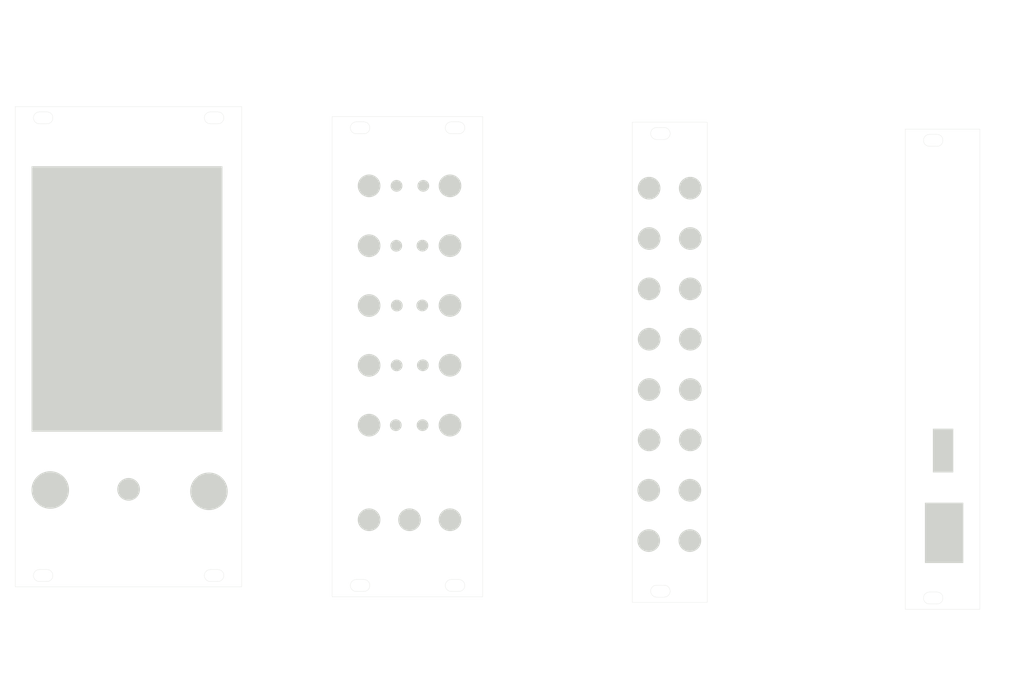
<source format=kicad_pcb>
(kicad_pcb (version 20221018) (generator pcbnew)

  (general
    (thickness 1.6)
  )

  (paper "A4")
  (layers
    (0 "F.Cu" signal)
    (31 "B.Cu" signal)
    (32 "B.Adhes" user "B.Adhesive")
    (33 "F.Adhes" user "F.Adhesive")
    (34 "B.Paste" user)
    (35 "F.Paste" user)
    (36 "B.SilkS" user "B.Silkscreen")
    (37 "F.SilkS" user "F.Silkscreen")
    (38 "B.Mask" user)
    (39 "F.Mask" user)
    (40 "Dwgs.User" user "User.Drawings")
    (41 "Cmts.User" user "User.Comments")
    (42 "Eco1.User" user "User.Eco1")
    (43 "Eco2.User" user "User.Eco2")
    (44 "Edge.Cuts" user)
    (45 "Margin" user)
    (46 "B.CrtYd" user "B.Courtyard")
    (47 "F.CrtYd" user "F.Courtyard")
    (48 "B.Fab" user)
    (49 "F.Fab" user)
    (50 "User.1" user)
    (51 "User.2" user)
    (52 "User.3" user)
    (53 "User.4" user)
    (54 "User.5" user)
    (55 "User.6" user)
    (56 "User.7" user)
    (57 "User.8" user)
    (58 "User.9" user)
  )

  (setup
    (pad_to_mask_clearance 0)
    (pcbplotparams
      (layerselection 0x00010fc_ffffffff)
      (plot_on_all_layers_selection 0x0000000_00000000)
      (disableapertmacros false)
      (usegerberextensions false)
      (usegerberattributes true)
      (usegerberadvancedattributes true)
      (creategerberjobfile true)
      (dashed_line_dash_ratio 12.000000)
      (dashed_line_gap_ratio 3.000000)
      (svgprecision 4)
      (plotframeref false)
      (viasonmask false)
      (mode 1)
      (useauxorigin false)
      (hpglpennumber 1)
      (hpglpenspeed 20)
      (hpglpendiameter 15.000000)
      (dxfpolygonmode true)
      (dxfimperialunits true)
      (dxfusepcbnewfont true)
      (psnegative false)
      (psa4output false)
      (plotreference true)
      (plotvalue true)
      (plotinvisibletext false)
      (sketchpadsonfab false)
      (subtractmaskfromsilk false)
      (outputformat 1)
      (mirror false)
      (drillshape 1)
      (scaleselection 1)
      (outputdirectory "")
    )
  )

  (net 0 "")

  (gr_line (start 66.9798 49.2504) (end 6.2484 49.2504)
    (stroke (width 0.15) (type default)) (layer "Dwgs.User") (tstamp 9b36a7cf-ae99-4803-9606-15ae8689cc94))
  (gr_line (start 66.8528 154.3556) (end 6.2484 154.3556)
    (stroke (width 0.15) (type default)) (layer "Dwgs.User") (tstamp e7ddf6b9-6d1c-46c9-ab44-d48590c16b0b))
  (gr_circle (center 186.82548 100.202903) (end 186.82548 103.211383)
    (stroke (width 0.05) (type solid)) (fill solid) (layer "Edge.Cuts") (tstamp 003d523e-ce23-420f-a1b2-4ee82d0b2340))
  (gr_circle (center 186.8142 59.7782) (end 186.8142 62.78668)
    (stroke (width 0.05) (type solid)) (fill solid) (layer "Edge.Cuts") (tstamp 02bddce4-bb2c-4187-ac65-c06b702207cc))
  (gr_line (start 6.2528 166.4594) (end 66.8528 166.4594)
    (stroke (width 0.05) (type solid)) (layer "Edge.Cuts") (tstamp 02ea8bb0-81d3-46b8-9fde-2b5b521de075))
  (gr_rect (start 251.7477 124.1696) (end 257.1283 135.8188)
    (stroke (width 0.05) (type solid)) (fill solid) (layer "Edge.Cuts") (tstamp 06741036-1974-44a6-9fee-9448cebabd8f))
  (gr_arc (start 97.518 45.2264) (mid 95.918 43.6264) (end 97.518 42.0264)
    (stroke (width 0.05) (type solid)) (layer "Edge.Cuts") (tstamp 095876bd-b1f2-4cf0-a0e2-f9fb24cfefb6))
  (gr_circle (center 108.0607 123.211665) (end 109.6107 123.211665)
    (stroke (width 0.05) (type solid)) (fill solid) (layer "Edge.Cuts") (tstamp 09f3b500-7a37-4fe9-8108-cacbc8f9bb77))
  (gr_arc (start 99.518 164.5264) (mid 101.118 166.1264) (end 99.518 167.7264)
    (stroke (width 0.05) (type solid)) (layer "Edge.Cuts") (tstamp 0a6d638a-5b56-4f64-a400-194671f01b5e))
  (gr_line (start 122.918 45.2264) (end 124.918 45.2264)
    (stroke (width 0.05) (type solid)) (layer "Edge.Cuts") (tstamp 0aeb6a36-b9f9-4e9a-a419-bf240920d9fe))
  (gr_line (start 66.8528 166.4594) (end 66.8528 37.9594)
    (stroke (width 0.05) (type solid)) (layer "Edge.Cuts") (tstamp 0c6b6910-5518-4b6d-9f7b-2e0db8860ff2))
  (gr_rect (start 10.668 53.9332) (end 61.668 124.9332)
    (stroke (width 0.05) (type solid)) (fill solid) (layer "Edge.Cuts") (tstamp 10ab1724-b81d-4964-9dea-2f70c3bd5599))
  (gr_circle (center 108.1877 75.18873) (end 109.7377 75.18873)
    (stroke (width 0.05) (type solid)) (fill solid) (layer "Edge.Cuts") (tstamp 10e2f57a-13fe-4990-a6d0-f0a50800ccd5))
  (gr_line (start 177.8354 169.2372) (end 179.8354 169.2372)
    (stroke (width 0.05) (type solid)) (layer "Edge.Cuts") (tstamp 12c63e5b-aee2-4c2c-9f08-2f808ddfa6ec))
  (gr_line (start 191.3354 42.1372) (end 171.3354 42.1372)
    (stroke (width 0.05) (type solid)) (layer "Edge.Cuts") (tstamp 193f0766-d93d-4318-bb4b-6a9514108db2))
  (gr_arc (start 250.8124 171.0792) (mid 249.2124 169.4792) (end 250.8124 167.8792)
    (stroke (width 0.05) (type solid)) (layer "Edge.Cuts") (tstamp 1ab783e5-f1e7-4c1a-904f-432211ac3956))
  (gr_arc (start 60.4728 161.8594) (mid 62.0728 163.4594) (end 60.4728 165.0594)
    (stroke (width 0.05) (type solid)) (layer "Edge.Cuts") (tstamp 2022cb90-02de-4803-adea-1b152f01782b))
  (gr_circle (center 186.72388 154.10251) (end 186.72388 157.11099)
    (stroke (width 0.05) (type solid)) (fill solid) (layer "Edge.Cuts") (tstamp 244a1418-7a67-4a31-9c15-6655206d00a2))
  (gr_circle (center 115.1473 91.168155) (end 113.5973 91.168155)
    (stroke (width 0.05) (type solid)) (fill solid) (layer "Edge.Cuts") (tstamp 24d41a19-42a8-4d52-8d5a-bf018bb5f8f2))
  (gr_line (start 171.3354 170.6372) (end 191.3354 170.6372)
    (stroke (width 0.05) (type solid)) (layer "Edge.Cuts") (tstamp 2d68274c-360c-400f-86e1-34578e874374))
  (gr_rect (start 249.612 143.9816) (end 259.819 160.0852)
    (stroke (width 0.05) (type solid)) (fill solid) (layer "Edge.Cuts") (tstamp 2e0d7579-f7dc-427e-894b-4e7d5ec16c8e))
  (gr_circle (center 15.6464 140.5634) (end 15.6464 135.5634)
    (stroke (width 0.05) (type solid)) (fill solid) (layer "Edge.Cuts") (tstamp 2f819dbd-a12a-4442-bc5d-53513322cf3f))
  (gr_line (start 131.318 169.1264) (end 131.318 40.6264)
    (stroke (width 0.05) (type solid)) (layer "Edge.Cuts") (tstamp 3032bbc1-db20-4015-828a-e18a1b031996))
  (gr_circle (center 36.6014 140.3856) (end 39.60988 140.3856)
    (stroke (width 0.05) (type solid)) (fill solid) (layer "Edge.Cuts") (tstamp 3078ccfb-040b-473d-afc2-949e6791d025))
  (gr_circle (center 175.82728 127.152705) (end 175.82728 130.161185)
    (stroke (width 0.05) (type solid)) (fill solid) (layer "Edge.Cuts") (tstamp 35101343-cf43-4c14-8931-96c5826eafce))
  (gr_circle (center 111.7437 148.527) (end 114.75218 148.527)
    (stroke (width 0.05) (type solid)) (fill solid) (layer "Edge.Cuts") (tstamp 37ff7558-90de-4679-8677-1f72f5d7caba))
  (gr_circle (center 100.9233 75.18873) (end 100.9233 72.18025)
    (stroke (width 0.05) (type solid)) (fill solid) (layer "Edge.Cuts") (tstamp 38b1ee53-8ea6-4f5b-be82-348bd6f5cc8d))
  (gr_circle (center 175.82728 86.728002) (end 175.82728 89.736482)
    (stroke (width 0.05) (type solid)) (fill solid) (layer "Edge.Cuts") (tstamp 38ff9918-3399-468f-9c44-b5d557c5ddcf))
  (gr_line (start 244.3124 43.9792) (end 244.3124 172.4792)
    (stroke (width 0.05) (type solid)) (layer "Edge.Cuts") (tstamp 39a5cd3c-3437-40ae-9e2a-2c0a13aca718))
  (gr_circle (center 186.82548 73.253101) (end 186.82548 76.261581)
    (stroke (width 0.05) (type solid)) (fill solid) (layer "Edge.Cuts") (tstamp 44f9198c-3cf9-4705-b7d1-fdef5148b077))
  (gr_line (start 171.3354 42.1372) (end 171.3354 170.6372)
    (stroke (width 0.05) (type solid)) (layer "Edge.Cuts") (tstamp 4876329a-35f9-4e0b-8fc7-3c318af0274f))
  (gr_circle (center 175.82728 100.202903) (end 175.82728 103.211383)
    (stroke (width 0.05) (type solid)) (fill solid) (layer "Edge.Cuts") (tstamp 48e33788-d09b-494e-af6d-4e1b61530278))
  (gr_arc (start 250.8124 48.5792) (mid 249.2124 46.9792) (end 250.8124 45.3792)
    (stroke (width 0.05) (type solid)) (layer "Edge.Cuts") (tstamp 4c885b94-4ebe-4149-a20b-3de95fa56809))
  (gr_circle (center 100.9233 91.196375) (end 100.9233 88.187895)
    (stroke (width 0.05) (type solid)) (fill solid) (layer "Edge.Cuts") (tstamp 5133ed2a-f1cd-4030-95a8-076ea27811d2))
  (gr_circle (center 186.82548 86.728002) (end 186.82548 89.736482)
    (stroke (width 0.05) (type solid)) (fill solid) (layer "Edge.Cuts") (tstamp 5145a77c-57e9-43a0-b277-ced56f1118c8))
  (gr_circle (center 100.9233 123.211665) (end 100.9233 120.203185)
    (stroke (width 0.05) (type solid)) (fill solid) (layer "Edge.Cuts") (tstamp 5ab29f4f-e7bd-4afa-be7d-f1178be0eb18))
  (gr_circle (center 100.9233 107.20402) (end 100.9233 104.19554)
    (stroke (width 0.05) (type solid)) (fill solid) (layer "Edge.Cuts") (tstamp 5c0b4a6e-3e3f-4a6d-b170-835816f384d0))
  (gr_arc (start 124.918 164.5264) (mid 126.518 166.1264) (end 124.918 167.7264)
    (stroke (width 0.05) (type solid)) (layer "Edge.Cuts") (tstamp 61575e55-b533-4278-9da1-fec718f28741))
  (gr_arc (start 122.918 45.2264) (mid 121.318 43.6264) (end 122.918 42.0264)
    (stroke (width 0.05) (type solid)) (layer "Edge.Cuts") (tstamp 6210e3cf-c832-4ad1-89eb-68dc0634da23))
  (gr_circle (center 186.72388 140.627606) (end 186.72388 143.636086)
    (stroke (width 0.05) (type solid)) (fill solid) (layer "Edge.Cuts") (tstamp 6374cb73-b7d8-4ab0-83c3-35fb3a0e86c4))
  (gr_circle (center 122.5641 107.1758) (end 122.5641 110.18428)
    (stroke (width 0.05) (type solid)) (fill solid) (layer "Edge.Cuts") (tstamp 642d34c9-a610-498c-8fda-2d19e9ad05e5))
  (gr_circle (center 175.72568 140.627606) (end 175.72568 143.636086)
    (stroke (width 0.05) (type solid)) (fill solid) (layer "Edge.Cuts") (tstamp 6516949f-dc5c-44a8-a50b-6d539f0502c1))
  (gr_line (start 6.2528 37.9594) (end 6.2528 166.4594)
    (stroke (width 0.05) (type solid)) (layer "Edge.Cuts") (tstamp 6687609e-1b14-456b-8892-f434ece82b26))
  (gr_circle (center 122.5641 123.211665) (end 122.5641 126.220145)
    (stroke (width 0.05) (type solid)) (fill solid) (layer "Edge.Cuts") (tstamp 71f5f95f-cf71-48bc-b467-8b34a68a9545))
  (gr_line (start 177.8354 46.7372) (end 179.8354 46.7372)
    (stroke (width 0.05) (type solid)) (layer "Edge.Cuts") (tstamp 74b30fc6-ac45-42e5-8364-1a786a979b8c))
  (gr_circle (center 122.5641 59.152865) (end 122.5641 62.161345)
    (stroke (width 0.05) (type solid)) (fill solid) (layer "Edge.Cuts") (tstamp 7a0db6d1-88b6-4204-ac10-95c210f7c0e9))
  (gr_line (start 97.518 45.2264) (end 99.518 45.2264)
    (stroke (width 0.05) (type solid)) (layer "Edge.Cuts") (tstamp 7d404e72-dd65-4150-bb2f-7c7c8a88f565))
  (gr_arc (start 12.7528 42.5594) (mid 11.1528 40.9594) (end 12.7528 39.3594)
    (stroke (width 0.05) (type solid)) (layer "Edge.Cuts") (tstamp 7d9a674f-9346-49e8-8727-241b07a15ea1))
  (gr_line (start 124.918 42.0264) (end 122.918 42.0264)
    (stroke (width 0.05) (type solid)) (layer "Edge.Cuts") (tstamp 7f6207ad-0e47-4988-b2b1-770c8ed12161))
  (gr_arc (start 252.8124 167.8792) (mid 254.4124 169.4792) (end 252.8124 171.0792)
    (stroke (width 0.05) (type solid)) (layer "Edge.Cuts") (tstamp 89fad10e-a788-4695-ba2a-bf9fa84a8c02))
  (gr_line (start 191.3354 170.6372) (end 191.3354 42.1372)
    (stroke (width 0.05) (type solid)) (layer "Edge.Cuts") (tstamp 8d329c37-6417-4265-9189-0c28eba0fc59))
  (gr_circle (center 115.1981 75.16051) (end 113.6481 75.16051)
    (stroke (width 0.05) (type solid)) (fill solid) (layer "Edge.Cuts") (tstamp 8df38f3d-504a-45f0-8351-587d872e527d))
  (gr_arc (start 179.8354 166.0372) (mid 181.4354 167.6372) (end 179.8354 169.2372)
    (stroke (width 0.05) (type solid)) (layer "Edge.Cuts") (tstamp 8e5748e4-428c-460b-a50f-8edfdc589535))
  (gr_circle (center 122.5641 91.168155) (end 122.5641 94.176635)
    (stroke (width 0.05) (type solid)) (fill solid) (layer "Edge.Cuts") (tstamp 8e9f84e9-9352-4a0f-8d5b-90b569b38e56))
  (gr_line (start 97.518 167.7264) (end 99.518 167.7264)
    (stroke (width 0.05) (type solid)) (layer "Edge.Cuts") (tstamp 8f43e4de-c70d-47dd-9d4e-9526345415ab))
  (gr_circle (center 115.2997 107.1758) (end 113.7497 107.1758)
    (stroke (width 0.05) (type solid)) (fill solid) (layer "Edge.Cuts") (tstamp 912d44c4-ebad-4189-8314-e03332acf32b))
  (gr_line (start 60.4728 39.3594) (end 58.4728 39.3594)
    (stroke (width 0.05) (type solid)) (layer "Edge.Cuts") (tstamp 925c008c-c2a0-4f14-abc5-36b44b9be712))
  (gr_line (start 264.3124 172.4792) (end 264.3124 43.9792)
    (stroke (width 0.05) (type solid)) (layer "Edge.Cuts") (tstamp 92d42996-a399-4e62-a255-061af6f33765))
  (gr_line (start 99.518 164.5264) (end 97.518 164.5264)
    (stroke (width 0.05) (type solid)) (layer "Edge.Cuts") (tstamp 93de25d6-212a-43d8-b4b2-f4c08c15131e))
  (gr_line (start 252.8124 167.8792) (end 250.8124 167.8792)
    (stroke (width 0.05) (type solid)) (layer "Edge.Cuts") (tstamp 94063756-12cb-4e66-8188-ad0bc857bac7))
  (gr_circle (center 115.2235 123.211665) (end 113.6735 123.211665)
    (stroke (width 0.05) (type solid)) (fill solid) (layer "Edge.Cuts") (tstamp 98d62d17-db83-4ce9-b9f6-a212e0815c5b))
  (gr_circle (center 175.82728 113.677804) (end 175.82728 116.686284)
    (stroke (width 0.05) (type solid)) (fill solid) (layer "Edge.Cuts") (tstamp a15558bf-2cf8-4aea-855e-70528ad87ae1))
  (gr_arc (start 58.4728 165.0594) (mid 56.8728 163.4594) (end 58.4728 161.8594)
    (stroke (width 0.05) (type solid)) (layer "Edge.Cuts") (tstamp a53ee4e0-7884-44ef-bc68-b86fa33950c0))
  (gr_line (start 12.7528 42.5594) (end 14.7528 42.5594)
    (stroke (width 0.05) (type solid)) (layer "Edge.Cuts") (tstamp a607e8c9-5df2-4e01-bc93-f8199f6c8d50))
  (gr_line (start 179.8354 166.0372) (end 177.8354 166.0372)
    (stroke (width 0.05) (type solid)) (layer "Edge.Cuts") (tstamp ae0d270b-deaa-41be-a63f-6b25e2deff4a))
  (gr_arc (start 177.8354 46.7372) (mid 176.2354 45.1372) (end 177.8354 43.5372)
    (stroke (width 0.05) (type solid)) (layer "Edge.Cuts") (tstamp afca5fab-e816-4e2e-a7ff-056197ea29db))
  (gr_arc (start 252.8124 45.3792) (mid 254.4124 46.9792) (end 252.8124 48.5792)
    (stroke (width 0.05) (type solid)) (layer "Edge.Cuts") (tstamp b0c0b683-ef20-49e4-ba21-09702f01efb2))
  (gr_line (start 66.8528 37.9594) (end 6.2528 37.9594)
    (stroke (width 0.05) (type solid)) (layer "Edge.Cuts") (tstamp b156afe1-c316-4a06-9c0b-bda0c2167e84))
  (gr_arc (start 99.518 42.0264) (mid 101.118 43.6264) (end 99.518 45.2264)
    (stroke (width 0.05) (type solid)) (layer "Edge.Cuts") (tstamp b3c449d1-cf5b-4818-9af2-fba9781c61dc))
  (gr_line (start 244.3124 172.4792) (end 264.3124 172.4792)
    (stroke (width 0.05) (type solid)) (layer "Edge.Cuts") (tstamp b40ae88d-2077-4278-aad5-009093cbb6b0))
  (gr_line (start 264.3124 43.9792) (end 244.3124 43.9792)
    (stroke (width 0.05) (type solid)) (layer "Edge.Cuts") (tstamp b6356bfa-4af4-4ee5-a4ac-9751be678f14))
  (gr_line (start 250.8124 171.0792) (end 252.8124 171.0792)
    (stroke (width 0.05) (type solid)) (layer "Edge.Cuts") (tstamp bc43790a-339a-4bf0-9741-59cf51e276ef))
  (gr_arc (start 177.8354 169.2372) (mid 176.2354 167.6372) (end 177.8354 166.0372)
    (stroke (width 0.05) (type solid)) (layer "Edge.Cuts") (tstamp bd6670ab-c399-4ee4-9add-616f1a0d160f))
  (gr_line (start 250.8124 48.5792) (end 252.8124 48.5792)
    (stroke (width 0.05) (type solid)) (layer "Edge.Cuts") (tstamp bdb2f734-11e4-4d75-b1d8-3426b5332149))
  (gr_circle (center 122.5641 75.16051) (end 122.5641 78.16899)
    (stroke (width 0.05) (type solid)) (fill solid) (layer "Edge.Cuts") (tstamp bdd0a361-b549-46b6-853b-212a89483a0c))
  (gr_line (start 58.4728 42.5594) (end 60.4728 42.5594)
    (stroke (width 0.05) (type solid)) (layer "Edge.Cuts") (tstamp bf612caf-9e34-4bb6-982c-d03d7b97bb0b))
  (gr_circle (center 122.5641 148.527) (end 125.57258 148.527)
    (stroke (width 0.05) (type solid)) (fill solid) (layer "Edge.Cuts") (tstamp c0d7c773-7f7f-4802-a695-19c0afc9d337))
  (gr_circle (center 186.82548 113.677804) (end 186.82548 116.686284)
    (stroke (width 0.05) (type solid)) (fill solid) (layer "Edge.Cuts") (tstamp c26653d5-2999-4863-87f2-5c78d005bfbc))
  (gr_line (start 99.518 42.0264) (end 97.518 42.0264)
    (stroke (width 0.05) (type solid)) (layer "Edge.Cuts") (tstamp c75ab06c-6753-4825-92cc-f71cf7dbf078))
  (gr_arc (start 60.4728 39.3594) (mid 62.0728 40.9594) (end 60.4728 42.5594)
    (stroke (width 0.05) (type solid)) (layer "Edge.Cuts") (tstamp c81133e5-f0d3-4d18-97cf-9a8e3c68e906))
  (gr_line (start 91.018 169.1264) (end 131.318 169.1264)
    (stroke (width 0.05) (type solid)) (layer "Edge.Cuts") (tstamp ca22dd10-b3a9-47de-86a7-e5dc9424150b))
  (gr_circle (center 115.4267 59.152865) (end 113.8767 59.152865)
    (stroke (width 0.05) (type solid)) (fill solid) (layer "Edge.Cuts") (tstamp ca855709-3414-4e0a-91f6-d1661374d5eb))
  (gr_line (start 252.8124 45.3792) (end 250.8124 45.3792)
    (stroke (width 0.05) (type solid)) (layer "Edge.Cuts") (tstamp cb4d8dfa-4628-4582-a5af-2774ed6f7290))
  (gr_arc (start 14.7528 39.3594) (mid 16.3528 40.9594) (end 14.7528 42.5594)
    (stroke (width 0.05) (type solid)) (layer "Edge.Cuts") (tstamp ccc16504-d278-43eb-9be1-0161aee1737a))
  (gr_line (start 179.8354 43.5372) (end 177.8354 43.5372)
    (stroke (width 0.05) (type solid)) (layer "Edge.Cuts") (tstamp ccfa9033-985e-4ada-b45f-e6b15dc7e751))
  (gr_line (start 122.918 167.7264) (end 124.918 167.7264)
    (stroke (width 0.05) (type solid)) (layer "Edge.Cuts") (tstamp cdd24ac6-21c4-437d-ab3a-65239b17d6b5))
  (gr_circle (center 100.9233 148.527) (end 103.93178 148.527)
    (stroke (width 0.05) (type solid)) (fill solid) (layer "Edge.Cuts") (tstamp cdd86aad-d8bf-424e-9718-5e106863e545))
  (gr_circle (center 100.9233 59.152865) (end 100.9233 56.144385)
    (stroke (width 0.05) (type solid)) (fill solid) (layer "Edge.Cuts") (tstamp ce31dabb-bba3-440d-876c-f5cdfc50ea35))
  (gr_line (start 12.7528 165.0594) (end 14.7528 165.0594)
    (stroke (width 0.05) (type solid)) (layer "Edge.Cuts") (tstamp cf5b060d-cac2-4a03-9dbb-22e7dc5eb397))
  (gr_line (start 58.4728 165.0594) (end 60.4728 165.0594)
    (stroke (width 0.05) (type solid)) (layer "Edge.Cuts") (tstamp d0b53a5a-cb93-41a1-8894-d335f51fc8f2))
  (gr_circle (center 58.0898 140.919) (end 58.0898 135.919)
    (stroke (width 0.05) (type solid)) (fill solid) (layer "Edge.Cuts") (tstamp d12caf31-5e48-4992-83a5-8e832e98460c))
  (gr_circle (center 175.816 59.7782) (end 175.816 62.78668)
    (stroke (width 0.05) (type solid)) (fill solid) (layer "Edge.Cuts") (tstamp d36c62db-f786-4009-81c2-7fe9c9bb76ff))
  (gr_arc (start 179.8354 43.5372) (mid 181.4354 45.1372) (end 179.8354 46.7372)
    (stroke (width 0.05) (type solid)) (layer "Edge.Cuts") (tstamp d56ab09b-d550-41d8-b338-ade3be1f8d4f))
  (gr_line (start 91.018 40.6264) (end 91.018 169.1264)
    (stroke (width 0.05) (type solid)) (layer "Edge.Cuts") (tstamp d73bcdc4-5c17-43e0-9037-b4c55e33ba5f))
  (gr_arc (start 97.518 167.7264) (mid 95.918 166.1264) (end 97.518 164.5264)
    (stroke (width 0.05) (type solid)) (layer "Edge.Cuts") (tstamp d73c63d3-2017-4d5f-841e-426939f3a3c8))
  (gr_arc (start 58.4728 42.5594) (mid 56.8728 40.9594) (end 58.4728 39.3594)
    (stroke (width 0.05) (type solid)) (layer "Edge.Cuts") (tstamp da272f73-172f-4763-95a4-d2b5d2600db9))
  (gr_line (start 14.7528 39.3594) (end 12.7528 39.3594)
    (stroke (width 0.05) (type solid)) (layer "Edge.Cuts") (tstamp db8946d7-a05b-4f8f-b1a2-e044ff979d4d))
  (gr_arc (start 124.918 42.0264) (mid 126.518 43.6264) (end 124.918 45.2264)
    (stroke (width 0.05) (type solid)) (layer "Edge.Cuts") (tstamp dc1fd1da-07c7-4d2d-a1e8-5eebc8d48812))
  (gr_line (start 131.318 40.6264) (end 91.018 40.6264)
    (stroke (width 0.05) (type solid)) (layer "Edge.Cuts") (tstamp df7039fb-aa27-4142-a212-caaef8479525))
  (gr_circle (center 175.72568 154.10251) (end 175.72568 157.11099)
    (stroke (width 0.05) (type solid)) (fill solid) (layer "Edge.Cuts") (tstamp e4e86371-0c18-427c-8a4e-ca47d3baac12))
  (gr_circle (center 108.2639 59.152865) (end 109.8139 59.152865)
    (stroke (width 0.05) (type solid)) (fill solid) (layer "Edge.Cuts") (tstamp e8036f67-c6e5-4029-9ca0-bc61579e6ca8))
  (gr_line (start 14.7528 161.8594) (end 12.7528 161.8594)
    (stroke (width 0.05) (type solid)) (layer "Edge.Cuts") (tstamp e815f541-3be2-4f81-ba52-4781f66a8b6c))
  (gr_line (start 60.4728 161.8594) (end 58.4728 161.8594)
    (stroke (width 0.05) (type solid)) (layer "Edge.Cuts") (tstamp e85c75e5-8a9a-410c-bbd9-c497e6d7f197))
  (gr_circle (center 186.82548 127.152705) (end 186.82548 130.161185)
    (stroke (width 0.05) (type solid)) (fill solid) (layer "Edge.Cuts") (tstamp e8734051-409c-4e84-aeb9-817c0f77e630))
  (gr_circle (center 108.3401 91.196375) (end 109.8901 91.196375)
    (stroke (width 0.05) (type solid)) (fill solid) (layer "Edge.Cuts") (tstamp ed953192-c035-4c4a-990b-21cd0d4caa71))
  (gr_circle (center 108.2893 107.20402) (end 109.8393 107.20402)
    (stroke (width 0.05) (type solid)) (fill solid) (layer "Edge.Cuts") (tstamp f02f31ba-ca13-413a-b4aa-92a48543e5cb))
  (gr_arc (start 14.7528 161.8594) (mid 16.3528 163.4594) (end 14.7528 165.0594)
    (stroke (width 0.05) (type solid)) (layer "Edge.Cuts") (tstamp f0427325-133d-4865-80cb-495824c38d2e))
  (gr_line (start 124.918 164.5264) (end 122.918 164.5264)
    (stroke (width 0.05) (type solid)) (layer "Edge.Cuts") (tstamp f34338c8-69b8-487e-b438-b6e080212600))
  (gr_arc (start 122.918 167.7264) (mid 121.318 166.1264) (end 122.918 164.5264)
    (stroke (width 0.05) (type solid)) (layer "Edge.Cuts") (tstamp f4035194-e406-40b4-8bca-4d21dc017801))
  (gr_arc (start 12.7528 165.0594) (mid 11.1528 163.4594) (end 12.7528 161.8594)
    (stroke (width 0.05) (type solid)) (layer "Edge.Cuts") (tstamp f6512a81-12bf-4885-bc70-09728a83c42c))
  (gr_circle (center 175.82728 73.253101) (end 175.82728 76.261581)
    (stroke (width 0.05) (type solid)) (fill solid) (layer "Edge.Cuts") (tstamp f7411d0e-7889-47a3-b34f-84b2bb886b33))
  (gr_text "i2c = 4 pins\n" (at 124.9426 188.5188) (layer "Dwgs.User") (tstamp 0d5210cf-f6cc-4b6b-b6a2-15ff20a81f65)
    (effects (font (size 2 2) (thickness 0.15)) (justify left bottom))
  )
  (gr_text "8 MIDI In data lines = 8 pins\n8 MIDI Out data lines = 8 pins\n5v + gnd = 4 pins\ntotal = 20 pins" (at 164.719 190.881) (layer "Dwgs.User") (tstamp 288e8ac7-8d9e-46fe-9b8f-ba98e07cecb0)
    (effects (font (size 2 2) (thickness 0.15)) (justify left bottom))
  )
  (gr_text "trs midi ins + outs" (at 146.4818 28.8036) (layer "Dwgs.User") (tstamp 50a18546-05fd-4733-8fa4-89d0ecefdd72)
    (effects (font (size 10 5) (thickness 0.25) bold) (justify left bottom))
  )
  (gr_text "12 trigger/gate/clock outputs = 12 pins" (at 83.7692 179.2732) (layer "Dwgs.User") (tstamp 76e31923-baac-4478-a46d-6c02cf4d3d4e)
    (effects (font (size 2 2) (thickness 0.15)) (justify left bottom))
  )
  (gr_text "screen / main unit" (at 2.2024 30.544) (layer "Dwgs.User") (tstamp 7bdfd541-6bbe-4ddd-95f2-e95fbaf17e25)
    (effects (font (size 10 5) (thickness 0.25) bold) (justify left bottom))
  )
  (gr_text "trig out, cv in" (at 86.4898 29.0708) (layer "Dwgs.User") (tstamp 9b0f701e-3ccb-4d90-8c23-588c137e05e8)
    (effects (font (size 10 5) (thickness 0.25) bold) (justify left bottom))
  )
  (gr_text "5v + gnd = 4 pins\n" (at 115.8494 183.769) (layer "Dwgs.User") (tstamp c1217e23-ac34-4221-8d09-b860acfd1648)
    (effects (font (size 2 2) (thickness 0.15)) (justify left bottom))
  )
  (gr_text "= 20 pins\n" (at 130.6322 193.3702) (layer "Dwgs.User") (tstamp eb11bd72-e3b3-4977-bc38-2301b532d83e)
    (effects (font (size 2 2) (thickness 0.15)) (justify left bottom))
  )
  (gr_text "usb host\nusb device\n" (at 235.8706 36.2602) (layer "Dwgs.User") (tstamp f795c1d4-c0b2-4ede-a830-42ca704d8224)
    (effects (font (size 10 5) (thickness 0.25) bold) (justify left bottom))
  )
  (dimension (type aligned) (layer "Dwgs.User") (tstamp 0a5185e4-341e-4282-a4ad-01481c1cd833)
    (pts (xy 59.4728 163.4594) (xy 13.7528 163.4594))
    (height -4.5)
    (gr_text "45.7200 mm" (at 36.6128 166.8094) (layer "Dwgs.User") (tstamp 0a5185e4-341e-4282-a4ad-01481c1cd833)
      (effects (font (size 1 1) (thickness 0.15)))
    )
    (format (prefix "") (suffix "") (units 2) (units_format 1) (precision 4))
    (style (thickness 0.15) (arrow_length 1.27) (text_position_mode 0) (extension_height 0.58642) (extension_offset 0) keep_text_aligned)
  )
  (dimension (type aligned) (layer "Dwgs.User") (tstamp 135405fe-bdba-44a0-8f0f-6d3170b15799)
    (pts (xy 91.018 43.6264) (xy 98.518 43.6264))
    (height -5.5)
    (gr_text "7.5000 mm" (at 94.768 36.9764) (layer "Dwgs.User") (tstamp 135405fe-bdba-44a0-8f0f-6d3170b15799)
      (effects (font (size 1 1) (thickness 0.15)))
    )
    (format (prefix "") (suffix "") (units 2) (units_format 1) (precision 4))
    (style (thickness 0.15) (arrow_length 1.27) (text_position_mode 0) (extension_height 0.58642) (extension_offset 0) keep_text_aligned)
  )
  (dimension (type aligned) (layer "Dwgs.User") (tstamp 3cc738ef-8998-4ca7-b9b6-7784044d65e2)
    (pts (xy 244.3124 169.4792) (xy 251.8124 169.4792))
    (height 4.5)
    (gr_text "7.5000 mm" (at 248.0624 172.8292) (layer "Dwgs.User") (tstamp 3cc738ef-8998-4ca7-b9b6-7784044d65e2)
      (effects (font (size 1 1) (thickness 0.15)))
    )
    (format (prefix "") (suffix "") (units 2) (units_format 1) (precision 4))
    (style (thickness 0.15) (arrow_length 1.27) (text_position_mode 0) (extension_height 0.58642) (extension_offset 0) keep_text_aligned)
  )
  (dimension (type aligned) (layer "Dwgs.User") (tstamp 43567ab8-88ce-4dbc-929b-d374dca3ad9f)
    (pts (xy 123.918 166.1264) (xy 98.518 166.1264))
    (height -4.5)
    (gr_text "25.4000 mm" (at 111.218 169.4764) (layer "Dwgs.User") (tstamp 43567ab8-88ce-4dbc-929b-d374dca3ad9f)
      (effects (font (size 1 1) (thickness 0.15)))
    )
    (format (prefix "") (suffix "") (units 2) (units_format 1) (precision 4))
    (style (thickness 0.15) (arrow_length 1.27) (text_position_mode 0) (extension_height 0.58642) (extension_offset 0) keep_text_aligned)
  )
  (dimension (type aligned) (layer "Dwgs.User") (tstamp 479d7e77-6a3a-4ec7-9382-eaa49341d943)
    (pts (xy 264.3124 43.9792) (xy 264.3124 172.4792))
    (height -3)
    (gr_text "128.5000 mm" (at 266.1624 108.2292 90) (layer "Dwgs.User") (tstamp 479d7e77-6a3a-4ec7-9382-eaa49341d943)
      (effects (font (size 1 1) (thickness 0.15)))
    )
    (format (prefix "") (suffix "") (units 2) (units_format 1) (precision 4))
    (style (thickness 0.15) (arrow_length 1.27) (text_position_mode 0) (extension_height 0.58642) (extension_offset 0) keep_text_aligned)
  )
  (dimension (type aligned) (layer "Dwgs.User") (tstamp 53f52918-973e-47bb-b4b7-f48799d84a60)
    (pts (xy 131.318 40.6264) (xy 131.318 169.1264))
    (height -3)
    (gr_text "128.5000 mm" (at 133.168 104.8764 90) (layer "Dwgs.User") (tstamp 53f52918-973e-47bb-b4b7-f48799d84a60)
      (effects (font (size 1 1) (thickness 0.15)))
    )
    (format (prefix "") (suffix "") (units 2) (units_format 1) (precision 4))
    (style (thickness 0.15) (arrow_length 1.27) (text_position_mode 0) (extension_height 0.58642) (extension_offset 0) keep_text_aligned)
  )
  (dimension (type aligned) (layer "Dwgs.User") (tstamp 552be34d-f472-4b45-965f-bc117ad6e470)
    (pts (xy 191.3354 170.6372) (xy 171.3354 170.6372))
    (height -4)
    (gr_text "20.0000 mm" (at 181.3354 173.4872) (layer "Dwgs.User") (tstamp 552be34d-f472-4b45-965f-bc117ad6e470)
      (effects (font (size 1 1) (thickness 0.15)))
    )
    (format (prefix "") (suffix "") (units 2) (units_format 1) (precision 4))
    (style (thickness 0.15) (arrow_length 1.27) (text_position_mode 0) (extension_height 0.58642) (extension_offset 0) keep_text_aligned)
  )
  (dimension (type aligned) (layer "Dwgs.User") (tstamp 5dae6a05-6e9c-4102-8ac6-abd558350395)
    (pts (xy 131.318 169.1264) (xy 91.018 169.1264))
    (height -4)
    (gr_text "40.3000 mm" (at 111.168 171.9764) (layer "Dwgs.User") (tstamp 5dae6a05-6e9c-4102-8ac6-abd558350395)
      (effects (font (size 1 1) (thickness 0.15)))
    )
    (format (prefix "") (suffix "") (units 2) (units_format 1) (precision 4))
    (style (thickness 0.15) (arrow_length 1.27) (text_position_mode 0) (extension_height 0.58642) (extension_offset 0) keep_text_aligned)
  )
  (dimension (type aligned) (layer "Dwgs.User") (tstamp 6a0867f0-bd95-4667-be55-85d9e8ba4e37)
    (pts (xy 66.8528 166.4594) (xy 6.2528 166.4594))
    (height -4)
    (gr_text "60.6000 mm" (at 36.5528 169.3094) (layer "Dwgs.User") (tstamp 6a0867f0-bd95-4667-be55-85d9e8ba4e37)
      (effects (font (size 1 1) (thickness 0.15)))
    )
    (format (prefix "") (suffix "") (units 2) (units_format 1) (precision 4))
    (style (thickness 0.15) (arrow_length 1.27) (text_position_mode 0) (extension_height 0.58642) (extension_offset 0) keep_text_aligned)
  )
  (dimension (type aligned) (layer "Dwgs.User") (tstamp 6c76255b-4a24-40c0-933e-a8ddf4d34e81)
    (pts (xy 171.3354 167.6372) (xy 178.8354 167.6372))
    (height 4.5)
    (gr_text "7.5000 mm" (at 175.0854 170.9872) (layer "Dwgs.User") (tstamp 6c76255b-4a24-40c0-933e-a8ddf4d34e81)
      (effects (font (size 1 1) (thickness 0.15)))
    )
    (format (prefix "") (suffix "") (units 2) (units_format 1) (precision 4))
    (style (thickness 0.15) (arrow_length 1.27) (text_position_mode 0) (extension_height 0.58642) (extension_offset 0) keep_text_aligned)
  )
  (dimension (type aligned) (layer "Dwgs.User") (tstamp 9c424487-a379-4f0f-b126-ea588c347958)
    (pts (xy 6.2528 163.4594) (xy 13.7528 163.4594))
    (height 4.5)
    (gr_text "7.5000 mm" (at 10.0028 166.8094) (layer "Dwgs.User") (tstamp 9c424487-a379-4f0f-b126-ea588c347958)
      (effects (font (size 1 1) (thickness 0.15)))
    )
    (format (prefix "") (suffix "") (units 2) (units_format 1) (precision 4))
    (style (thickness 0.15) (arrow_length 1.27) (text_position_mode 0) (extension_height 0.58642) (extension_offset 0) keep_text_aligned)
  )
  (dimension (type aligned) (layer "Dwgs.User") (tstamp a1a22cb6-5683-4ebd-8261-1f4d8fe5dfca)
    (pts (xy 244.3124 46.9792) (xy 251.8124 46.9792))
    (height -5.5)
    (gr_text "7.5000 mm" (at 248.0624 40.3292) (layer "Dwgs.User") (tstamp a1a22cb6-5683-4ebd-8261-1f4d8fe5dfca)
      (effects (font (size 1 1) (thickness 0.15)))
    )
    (format (prefix "") (suffix "") (units 2) (units_format 1) (precision 4))
    (style (thickness 0.15) (arrow_length 1.27) (text_position_mode 0) (extension_height 0.58642) (extension_offset 0) keep_text_aligned)
  )
  (dimension (type aligned) (layer "Dwgs.User") (tstamp b874f596-e6cd-40a9-a994-a2e4f82ed83a)
    (pts (xy 191.3354 42.1372) (xy 191.3354 170.6372))
    (height -3)
    (gr_text "128.5000 mm" (at 193.1854 106.3872 90) (layer "Dwgs.User") (tstamp b874f596-e6cd-40a9-a994-a2e4f82ed83a)
      (effects (font (size 1 1) (thickness 0.15)))
    )
    (format (prefix "") (suffix "") (units 2) (units_format 1) (precision 4))
    (style (thickness 0.15) (arrow_length 1.27) (text_position_mode 0) (extension_height 0.58642) (extension_offset 0) keep_text_aligned)
  )
  (dimension (type aligned) (layer "Dwgs.User") (tstamp c578543b-2054-43b7-bbce-e3a30435a09a)
    (pts (xy 264.3124 172.4792) (xy 244.3124 172.4792))
    (height -4)
    (gr_text "20.0000 mm" (at 254.3124 175.3292) (layer "Dwgs.User") (tstamp c578543b-2054-43b7-bbce-e3a30435a09a)
      (effects (font (size 1 1) (thickness 0.15)))
    )
    (format (prefix "") (suffix "") (units 2) (units_format 1) (precision 4))
    (style (thickness 0.15) (arrow_length 1.27) (text_position_mode 0) (extension_height 0.58642) (extension_offset 0) keep_text_aligned)
  )
  (dimension (type aligned) (layer "Dwgs.User") (tstamp d5ed56b7-1922-4471-b371-4b2a769ba4c4)
    (pts (xy 171.3354 45.1372) (xy 178.8354 45.1372))
    (height -5.5)
    (gr_text "7.5000 mm" (at 175.0854 38.4872) (layer "Dwgs.User") (tstamp d5ed56b7-1922-4471-b371-4b2a769ba4c4)
      (effects (font (size 1 1) (thickness 0.15)))
    )
    (format (prefix "") (suffix "") (units 2) (units_format 1) (precision 4))
    (style (thickness 0.15) (arrow_length 1.27) (text_position_mode 0) (extension_height 0.58642) (extension_offset 0) keep_text_aligned)
  )
  (dimension (type aligned) (layer "Dwgs.User") (tstamp e4423113-d3fc-4e86-b63c-303871b1b443)
    (pts (xy 91.018 166.1264) (xy 98.518 166.1264))
    (height 4.5)
    (gr_text "7.5000 mm" (at 94.768 169.4764) (layer "Dwgs.User") (tstamp e4423113-d3fc-4e86-b63c-303871b1b443)
      (effects (font (size 1 1) (thickness 0.15)))
    )
    (format (prefix "") (suffix "") (units 2) (units_format 1) (precision 4))
    (style (thickness 0.15) (arrow_length 1.27) (text_position_mode 0) (extension_height 0.58642) (extension_offset 0) keep_text_aligned)
  )
  (dimension (type aligned) (layer "Dwgs.User") (tstamp e45a1105-dc06-47c3-b359-1952a4dd5b4c)
    (pts (xy 123.918 43.6264) (xy 98.518 43.6264))
    (height 5.5)
    (gr_text "25.4000 mm" (at 111.218 36.9764) (layer "Dwgs.User") (tstamp e45a1105-dc06-47c3-b359-1952a4dd5b4c)
      (effects (font (size 1 1) (thickness 0.15)))
    )
    (format (prefix "") (suffix "") (units 2) (units_format 1) (precision 4))
    (style (thickness 0.15) (arrow_length 1.27) (text_position_mode 0) (extension_height 0.58642) (extension_offset 0) keep_text_aligned)
  )
  (dimension (type aligned) (layer "Dwgs.User") (tstamp fb3726c1-4c82-4668-a572-bd999c5752bf)
    (pts (xy 66.8528 37.9594) (xy 66.8528 166.4594))
    (height -3.5)
    (gr_text "128.5000 mm" (at 69.2028 102.2094 90) (layer "Dwgs.User") (tstamp fb3726c1-4c82-4668-a572-bd999c5752bf)
      (effects (font (size 1 1) (thickness 0.15)))
    )
    (format (prefix "") (suffix "") (units 2) (units_format 1) (precision 4))
    (style (thickness 0.15) (arrow_length 1.27) (text_position_mode 0) (extension_height 0.58642) (extension_offset 0) keep_text_aligned)
  )

  (group "" (id 0ac99116-014a-4cd1-a484-77b87c9ac4f1)
    (members
      10ab1724-b81d-4964-9dea-2f70c3bd5599
      2f819dbd-a12a-4442-bc5d-53513322cf3f
      3078ccfb-040b-473d-afc2-949e6791d025
      86aa283e-592b-4c60-854f-0e48a08feff5
      d12caf31-5e48-4992-83a5-8e832e98460c
    )
  )
  (group "" (id 46d3bd52-94e1-4f79-b34d-e7a6294b3110)
    (members
      12c63e5b-aee2-4c2c-9f08-2f808ddfa6ec
      193f0766-d93d-4318-bb4b-6a9514108db2
      2d68274c-360c-400f-86e1-34578e874374
      4876329a-35f9-4e0b-8fc7-3c318af0274f
      552be34d-f472-4b45-965f-bc117ad6e470
      6c76255b-4a24-40c0-933e-a8ddf4d34e81
      74b30fc6-ac45-42e5-8364-1a786a979b8c
      8d329c37-6417-4265-9189-0c28eba0fc59
      8e5748e4-428c-460b-a50f-8edfdc589535
      ae0d270b-deaa-41be-a63f-6b25e2deff4a
      afca5fab-e816-4e2e-a7ff-056197ea29db
      b874f596-e6cd-40a9-a994-a2e4f82ed83a
      bd6670ab-c399-4ee4-9add-616f1a0d160f
      ccfa9033-985e-4ada-b45f-e6b15dc7e751
      d56ab09b-d550-41d8-b338-ade3be1f8d4f
      d5ed56b7-1922-4471-b371-4b2a769ba4c4
    )
  )
  (group "" (id 86aa283e-592b-4c60-854f-0e48a08feff5)
    (members
      02ea8bb0-81d3-46b8-9fde-2b5b521de075
      0a5185e4-341e-4282-a4ad-01481c1cd833
      0c6b6910-5518-4b6d-9f7b-2e0db8860ff2
      2022cb90-02de-4803-adea-1b152f01782b
      6687609e-1b14-456b-8892-f434ece82b26
      6a0867f0-bd95-4667-be55-85d9e8ba4e37
      7d9a674f-9346-49e8-8727-241b07a15ea1
      925c008c-c2a0-4f14-abc5-36b44b9be712
      9b36a7cf-ae99-4803-9606-15ae8689cc94
      9c424487-a379-4f0f-b126-ea588c347958
      a53ee4e0-7884-44ef-bc68-b86fa33950c0
      a607e8c9-5df2-4e01-bc93-f8199f6c8d50
      b156afe1-c316-4a06-9c0b-bda0c2167e84
      bf612caf-9e34-4bb6-982c-d03d7b97bb0b
      c81133e5-f0d3-4d18-97cf-9a8e3c68e906
      ccc16504-d278-43eb-9be1-0161aee1737a
      cf5b060d-cac2-4a03-9dbb-22e7dc5eb397
      d0b53a5a-cb93-41a1-8894-d335f51fc8f2
      da272f73-172f-4763-95a4-d2b5d2600db9
      db8946d7-a05b-4f8f-b1a2-e044ff979d4d
      e7ddf6b9-6d1c-46c9-ab44-d48590c16b0b
      e815f541-3be2-4f81-ba52-4781f66a8b6c
      e85c75e5-8a9a-410c-bbd9-c497e6d7f197
      f0427325-133d-4865-80cb-495824c38d2e
      f6512a81-12bf-4885-bc70-09728a83c42c
      fb3726c1-4c82-4668-a572-bd999c5752bf
    )
  )
  (group "" (id 96e5bdae-756d-4d56-8b82-a82374d00a39)
    (members
      095876bd-b1f2-4cf0-a0e2-f9fb24cfefb6
      0a6d638a-5b56-4f64-a400-194671f01b5e
      0aeb6a36-b9f9-4e9a-a419-bf240920d9fe
      135405fe-bdba-44a0-8f0f-6d3170b15799
      3032bbc1-db20-4015-828a-e18a1b031996
      43567ab8-88ce-4dbc-929b-d374dca3ad9f
      53f52918-973e-47bb-b4b7-f48799d84a60
      5dae6a05-6e9c-4102-8ac6-abd558350395
      61575e55-b533-4278-9da1-fec718f28741
      6210e3cf-c832-4ad1-89eb-68dc0634da23
      7d404e72-dd65-4150-bb2f-7c7c8a88f565
      7f6207ad-0e47-4988-b2b1-770c8ed12161
      8f43e4de-c70d-47dd-9d4e-9526345415ab
      93de25d6-212a-43d8-b4b2-f4c08c15131e
      b3c449d1-cf5b-4818-9af2-fba9781c61dc
      c75ab06c-6753-4825-92cc-f71cf7dbf078
      ca22dd10-b3a9-47de-86a7-e5dc9424150b
      cdd24ac6-21c4-437d-ab3a-65239b17d6b5
      d73bcdc4-5c17-43e0-9037-b4c55e33ba5f
      d73c63d3-2017-4d5f-841e-426939f3a3c8
      dc1fd1da-07c7-4d2d-a1e8-5eebc8d48812
      df7039fb-aa27-4142-a212-caaef8479525
      e4423113-d3fc-4e86-b63c-303871b1b443
      e45a1105-dc06-47c3-b359-1952a4dd5b4c
      f34338c8-69b8-487e-b438-b6e080212600
      f4035194-e406-40b4-8bca-4d21dc017801
    )
  )
  (group "" (id ddef5971-23f6-4177-9a03-70d69a6993a7)
    (members
      1ab783e5-f1e7-4c1a-904f-432211ac3956
      39a5cd3c-3437-40ae-9e2a-2c0a13aca718
      3cc738ef-8998-4ca7-b9b6-7784044d65e2
      479d7e77-6a3a-4ec7-9382-eaa49341d943
      4c885b94-4ebe-4149-a20b-3de95fa56809
      89fad10e-a788-4695-ba2a-bf9fa84a8c02
      92d42996-a399-4e62-a255-061af6f33765
      94063756-12cb-4e66-8188-ad0bc857bac7
      a1a22cb6-5683-4ebd-8261-1f4d8fe5dfca
      b0c0b683-ef20-49e4-ba21-09702f01efb2
      b40ae88d-2077-4278-aad5-009093cbb6b0
      b6356bfa-4af4-4ee5-a4ac-9751be678f14
      bc43790a-339a-4bf0-9741-59cf51e276ef
      bdb2f734-11e4-4d75-b1d8-3426b5332149
      c578543b-2054-43b7-bbce-e3a30435a09a
      cb4d8dfa-4628-4582-a5af-2774ed6f7290
    )
  )
  (group "" (id 77b06821-1dec-440b-9d4f-19725598d8ed)
    (members
      09f3b500-7a37-4fe9-8108-cacbc8f9bb77
      10e2f57a-13fe-4990-a6d0-f0a50800ccd5
      38b1ee53-8ea6-4f5b-be82-348bd6f5cc8d
      5133ed2a-f1cd-4030-95a8-076ea27811d2
      5ab29f4f-e7bd-4afa-be7d-f1178be0eb18
      5c0b4a6e-3e3f-4a6d-b170-835816f384d0
      ce31dabb-bba3-440d-876c-f5cdfc50ea35
      e8036f67-c6e5-4029-9ca0-bc61579e6ca8
      ed953192-c035-4c4a-990b-21cd0d4caa71
      f02f31ba-ca13-413a-b4aa-92a48543e5cb
    )
  )
  (group "" (id adb33c4a-23f4-44e8-b4f6-dea67513cd8b)
    (members
      24d41a19-42a8-4d52-8d5a-bf018bb5f8f2
      642d34c9-a610-498c-8fda-2d19e9ad05e5
      71f5f95f-cf71-48bc-b467-8b34a68a9545
      7a0db6d1-88b6-4204-ac10-95c210f7c0e9
      8df38f3d-504a-45f0-8351-587d872e527d
      8e9f84e9-9352-4a0f-8d5b-90b569b38e56
      912d44c4-ebad-4189-8314-e03332acf32b
      98d62d17-db83-4ce9-b9f6-a212e0815c5b
      bdd0a361-b549-46b6-853b-212a89483a0c
      ca855709-3414-4e0a-91f6-d1661374d5eb
    )
  )
  (group "" (id d2e9be11-5c43-4836-87ca-2d266aab218f)
    (members
      003d523e-ce23-420f-a1b2-4ee82d0b2340
      02bddce4-bb2c-4187-ac65-c06b702207cc
      244a1418-7a67-4a31-9c15-6655206d00a2
      35101343-cf43-4c14-8931-96c5826eafce
      38ff9918-3399-468f-9c44-b5d557c5ddcf
      44f9198c-3cf9-4705-b7d1-fdef5148b077
      48e33788-d09b-494e-af6d-4e1b61530278
      5145a77c-57e9-43a0-b277-ced56f1118c8
      6374cb73-b7d8-4ab0-83c3-35fb3a0e86c4
      6516949f-dc5c-44a8-a50b-6d539f0502c1
      a15558bf-2cf8-4aea-855e-70528ad87ae1
      c26653d5-2999-4863-87f2-5c78d005bfbc
      d36c62db-f786-4009-81c2-7fe9c9bb76ff
      e4e86371-0c18-427c-8a4e-ca47d3baac12
      e8734051-409c-4e84-aeb9-817c0f77e630
      f7411d0e-7889-47a3-b34f-84b2bb886b33
    )
  )
)

</source>
